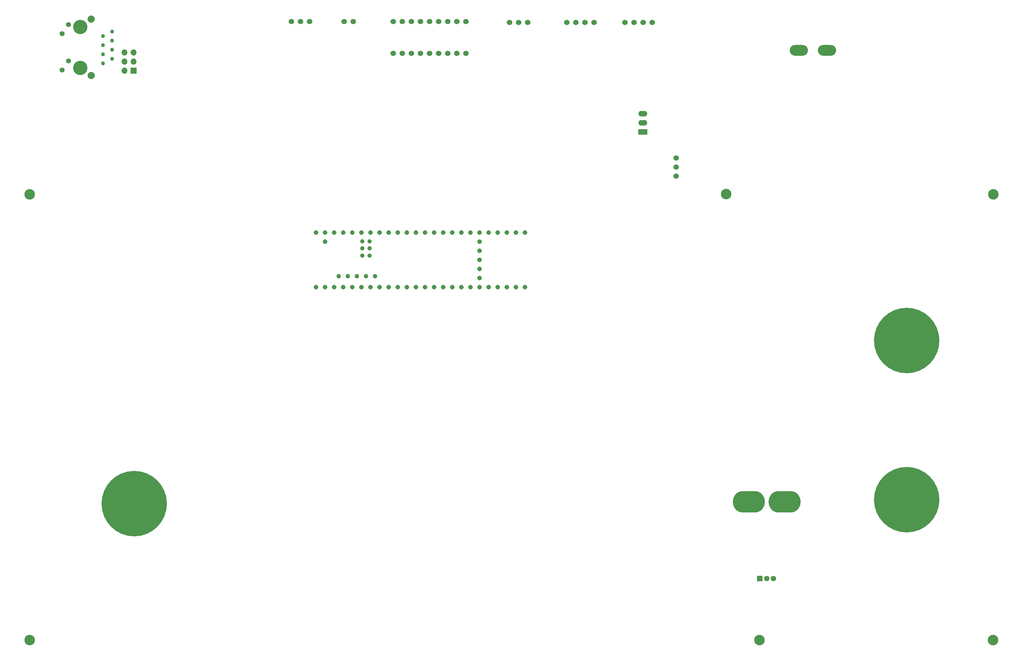
<source format=gbs>
G04 #@! TF.GenerationSoftware,KiCad,Pcbnew,(6.0.7)*
G04 #@! TF.CreationDate,2022-11-19T14:41:37-06:00*
G04 #@! TF.ProjectId,2023Rev1,32303233-5265-4763-912e-6b696361645f,rev?*
G04 #@! TF.SameCoordinates,Original*
G04 #@! TF.FileFunction,Soldermask,Bot*
G04 #@! TF.FilePolarity,Negative*
%FSLAX46Y46*%
G04 Gerber Fmt 4.6, Leading zero omitted, Abs format (unit mm)*
G04 Created by KiCad (PCBNEW (6.0.7)) date 2022-11-19 14:41:37*
%MOMM*%
%LPD*%
G01*
G04 APERTURE LIST*
G04 Aperture macros list*
%AMHorizOval*
0 Thick line with rounded ends*
0 $1 width*
0 $2 $3 position (X,Y) of the first rounded end (center of the circle)*
0 $4 $5 position (X,Y) of the second rounded end (center of the circle)*
0 Add line between two ends*
20,1,$1,$2,$3,$4,$5,0*
0 Add two circle primitives to create the rounded ends*
1,1,$1,$2,$3*
1,1,$1,$4,$5*%
G04 Aperture macros list end*
%ADD10C,1.524000*%
%ADD11C,2.946400*%
%ADD12C,18.288000*%
%ADD13C,1.308000*%
%ADD14C,1.258000*%
%ADD15C,1.208000*%
%ADD16R,1.500000X1.500000*%
%ADD17C,1.500000*%
%ADD18C,0.800000*%
%ADD19HorizOval,0.800000X0.000000X0.000000X0.000000X0.000000X0*%
%ADD20HorizOval,0.800000X0.000000X0.000000X0.000000X0.000000X0*%
%ADD21O,9.000000X6.000000*%
%ADD22R,1.700000X1.700000*%
%ADD23O,1.700000X1.700000*%
%ADD24R,2.500000X1.500000*%
%ADD25O,2.500000X1.500000*%
%ADD26O,5.100000X3.000000*%
%ADD27C,1.100000*%
%ADD28C,1.400000*%
%ADD29C,4.000000*%
%ADD30C,2.000000*%
G04 APERTURE END LIST*
D10*
X260513102Y-79792102D03*
X260513102Y-82332102D03*
X260513102Y-84872102D03*
D11*
X349032102Y-214412102D03*
D12*
X324902102Y-130810000D03*
D13*
X162342102Y-115860102D03*
X164882102Y-115860102D03*
X167422102Y-115860102D03*
X169962102Y-115860102D03*
X195362102Y-115860102D03*
X164882102Y-100620102D03*
X205522102Y-110780102D03*
X172502102Y-115860102D03*
X175042102Y-115860102D03*
D14*
X166152102Y-112810102D03*
D13*
X177582102Y-115860102D03*
X180122102Y-115860102D03*
X182662102Y-115860102D03*
X185202102Y-115860102D03*
X187742102Y-115860102D03*
X190282102Y-115860102D03*
X192822102Y-115860102D03*
X192822102Y-100620102D03*
X190282102Y-100620102D03*
X187742102Y-100620102D03*
X185202102Y-100620102D03*
X182662102Y-100620102D03*
X180122102Y-100620102D03*
X177582102Y-100620102D03*
X175042102Y-100620102D03*
X172502102Y-100620102D03*
X169962102Y-100620102D03*
X167422102Y-100620102D03*
X197902102Y-115860102D03*
X200442102Y-115860102D03*
X202982102Y-115860102D03*
X205522102Y-115860102D03*
X208062102Y-115860102D03*
X210602102Y-115860102D03*
X213142102Y-115860102D03*
X215682102Y-115860102D03*
X218222102Y-115860102D03*
X218222102Y-100620102D03*
X215682102Y-100620102D03*
X213142102Y-100620102D03*
X210602102Y-100620102D03*
X208062102Y-100620102D03*
X205522102Y-100620102D03*
X202982102Y-100620102D03*
X200442102Y-100620102D03*
X197902102Y-100620102D03*
D14*
X171232102Y-112810102D03*
X168692102Y-112810102D03*
D13*
X159802102Y-115860102D03*
X195362102Y-100620102D03*
X162342102Y-100620102D03*
X205522102Y-108240102D03*
D15*
X174772102Y-105070102D03*
X172772102Y-105070102D03*
D13*
X205522102Y-103160102D03*
X205522102Y-105700102D03*
D15*
X172772102Y-103070102D03*
X174772102Y-103070102D03*
X174772102Y-107070102D03*
X172772102Y-107070102D03*
D14*
X173772102Y-112810102D03*
X176312102Y-112810102D03*
D13*
X205522102Y-113320102D03*
X159802102Y-100620102D03*
X162342102Y-103160102D03*
D11*
X349159102Y-89952102D03*
D16*
X283886102Y-197245000D03*
D17*
X285796102Y-197245000D03*
X287706102Y-197245000D03*
D18*
X287596102Y-174185000D03*
D19*
X286846102Y-176475000D03*
D18*
X290126102Y-177895000D03*
X292796102Y-173795000D03*
X294746102Y-175215000D03*
X293996102Y-177505000D03*
X293996102Y-174185000D03*
X290126102Y-173795000D03*
D20*
X286846102Y-175215000D03*
D18*
X288796102Y-173795000D03*
X291466102Y-177895000D03*
X294746102Y-176475000D03*
X288796102Y-177895000D03*
X287596102Y-177505000D03*
X291466102Y-173795000D03*
X292796102Y-177895000D03*
D21*
X290796102Y-175845000D03*
D19*
X284746102Y-175215000D03*
D20*
X284746102Y-176475000D03*
D21*
X280796102Y-175845000D03*
D18*
X276846102Y-176475000D03*
X283996102Y-174185000D03*
X281466102Y-177895000D03*
X277596102Y-177505000D03*
X283996102Y-177505000D03*
X277596102Y-174185000D03*
X281466102Y-173795000D03*
X282796102Y-173795000D03*
X280126102Y-173795000D03*
X282796102Y-177895000D03*
X278796102Y-173795000D03*
X280126102Y-177895000D03*
X278796102Y-177895000D03*
X276846102Y-175215000D03*
D12*
X324902102Y-175260000D03*
D11*
X283754102Y-214412102D03*
D22*
X108882102Y-55408102D03*
D23*
X106342102Y-55408102D03*
X108882102Y-52868102D03*
X106342102Y-52868102D03*
X108882102Y-50328102D03*
X106342102Y-50328102D03*
D11*
X274438522Y-89869682D03*
D12*
X109002102Y-176312102D03*
D11*
X79792102Y-214412102D03*
D24*
X251146602Y-72572602D03*
D25*
X251146602Y-70032602D03*
X251146602Y-67492602D03*
D11*
X79792102Y-89952102D03*
D26*
X294741000Y-49784000D03*
X302641000Y-49784000D03*
D10*
X213904102Y-41946102D03*
X216444102Y-41946102D03*
X218984102Y-41946102D03*
X152944102Y-41692102D03*
X155484102Y-41692102D03*
X158024102Y-41692102D03*
X246162102Y-41946102D03*
X248702102Y-41946102D03*
X251242102Y-41946102D03*
X253782102Y-41946102D03*
X253782102Y-41946102D03*
X181392102Y-50582102D03*
X183932102Y-50582102D03*
X186472102Y-50582102D03*
X189012102Y-50582102D03*
X191552102Y-50582102D03*
X194092102Y-50582102D03*
X196632102Y-50582102D03*
X199172102Y-50582102D03*
X201712102Y-50582102D03*
D27*
X100292102Y-53374102D03*
X102832102Y-52104102D03*
X100292102Y-50834102D03*
X102832102Y-49564102D03*
X100292102Y-48294102D03*
X102832102Y-47024102D03*
X100292102Y-45754102D03*
X102832102Y-44484102D03*
D28*
X88862102Y-55254102D03*
X90652102Y-52714102D03*
X88862102Y-45144102D03*
X90652102Y-42604102D03*
D29*
X93942102Y-54644102D03*
X93942102Y-43214102D03*
D30*
X96992102Y-41054102D03*
X96992102Y-56804102D03*
D10*
X181392102Y-41692102D03*
X183932102Y-41692102D03*
X186472102Y-41692102D03*
X189012102Y-41692102D03*
X191552102Y-41692102D03*
X194092102Y-41692102D03*
X196632102Y-41692102D03*
X199172102Y-41692102D03*
X201712102Y-41692102D03*
X229906102Y-41946102D03*
X232446102Y-41946102D03*
X234986102Y-41946102D03*
X237526102Y-41946102D03*
X237526102Y-41946102D03*
X167676102Y-41692102D03*
X170216102Y-41692102D03*
M02*

</source>
